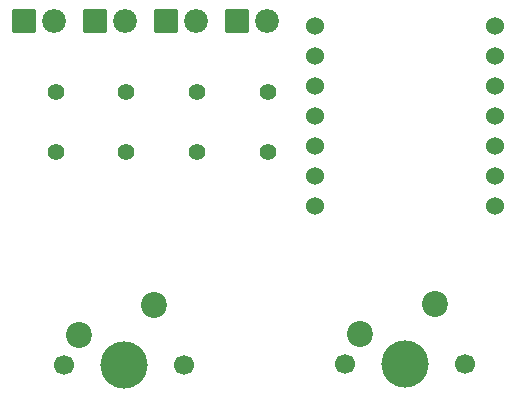
<source format=gbr>
%TF.GenerationSoftware,KiCad,Pcbnew,9.0.2*%
%TF.CreationDate,2025-07-04T12:16:03+03:00*%
%TF.ProjectId,pathfinder,70617468-6669-46e6-9465-722e6b696361,rev?*%
%TF.SameCoordinates,Original*%
%TF.FileFunction,Soldermask,Bot*%
%TF.FilePolarity,Negative*%
%FSLAX46Y46*%
G04 Gerber Fmt 4.6, Leading zero omitted, Abs format (unit mm)*
G04 Created by KiCad (PCBNEW 9.0.2) date 2025-07-04 12:16:03*
%MOMM*%
%LPD*%
G01*
G04 APERTURE LIST*
G04 Aperture macros list*
%AMRoundRect*
0 Rectangle with rounded corners*
0 $1 Rounding radius*
0 $2 $3 $4 $5 $6 $7 $8 $9 X,Y pos of 4 corners*
0 Add a 4 corners polygon primitive as box body*
4,1,4,$2,$3,$4,$5,$6,$7,$8,$9,$2,$3,0*
0 Add four circle primitives for the rounded corners*
1,1,$1+$1,$2,$3*
1,1,$1+$1,$4,$5*
1,1,$1+$1,$6,$7*
1,1,$1+$1,$8,$9*
0 Add four rect primitives between the rounded corners*
20,1,$1+$1,$2,$3,$4,$5,0*
20,1,$1+$1,$4,$5,$6,$7,0*
20,1,$1+$1,$6,$7,$8,$9,0*
20,1,$1+$1,$8,$9,$2,$3,0*%
G04 Aperture macros list end*
%ADD10C,1.700000*%
%ADD11C,4.000000*%
%ADD12C,2.200000*%
%ADD13C,2.019000*%
%ADD14RoundRect,0.102000X-0.907500X-0.907500X0.907500X-0.907500X0.907500X0.907500X-0.907500X0.907500X0*%
%ADD15C,1.400000*%
%ADD16C,1.524000*%
G04 APERTURE END LIST*
D10*
%TO.C,SW1*%
X141330000Y-112340000D03*
D11*
X146410000Y-112340000D03*
D10*
X151490000Y-112340000D03*
D12*
X148950000Y-107260000D03*
X142600000Y-109800000D03*
%TD*%
D13*
%TO.C,D2*%
X152490000Y-83260000D03*
D14*
X149950000Y-83260000D03*
%TD*%
D13*
%TO.C,D3*%
X146490000Y-83260000D03*
D14*
X143950000Y-83260000D03*
%TD*%
D10*
%TO.C,SW2*%
X165100000Y-112300000D03*
D11*
X170180000Y-112300000D03*
D10*
X175260000Y-112300000D03*
D12*
X172720000Y-107220000D03*
X166370000Y-109760000D03*
%TD*%
D13*
%TO.C,D4*%
X140490000Y-83260000D03*
D14*
X137950000Y-83260000D03*
%TD*%
D15*
%TO.C,R3*%
X146600000Y-89260000D03*
X146600000Y-94340000D03*
%TD*%
D13*
%TO.C,D1*%
X158490000Y-83260000D03*
D14*
X155950000Y-83260000D03*
%TD*%
D15*
%TO.C,R2*%
X152600000Y-89260000D03*
X152600000Y-94340000D03*
%TD*%
D16*
%TO.C,U1*%
X162600000Y-83640000D03*
X162600000Y-86180000D03*
X162600000Y-88720000D03*
X162600000Y-91260000D03*
X162600000Y-93800000D03*
X162600000Y-96340000D03*
X162600000Y-98880000D03*
X177840000Y-98880000D03*
X177840000Y-96340000D03*
X177840000Y-93800000D03*
X177840000Y-91260000D03*
X177840000Y-88720000D03*
X177840000Y-86180000D03*
X177840000Y-83640000D03*
%TD*%
D15*
%TO.C,R4*%
X140600000Y-89260000D03*
X140600000Y-94340000D03*
%TD*%
%TO.C,R1*%
X158600000Y-89220000D03*
X158600000Y-94300000D03*
%TD*%
M02*

</source>
